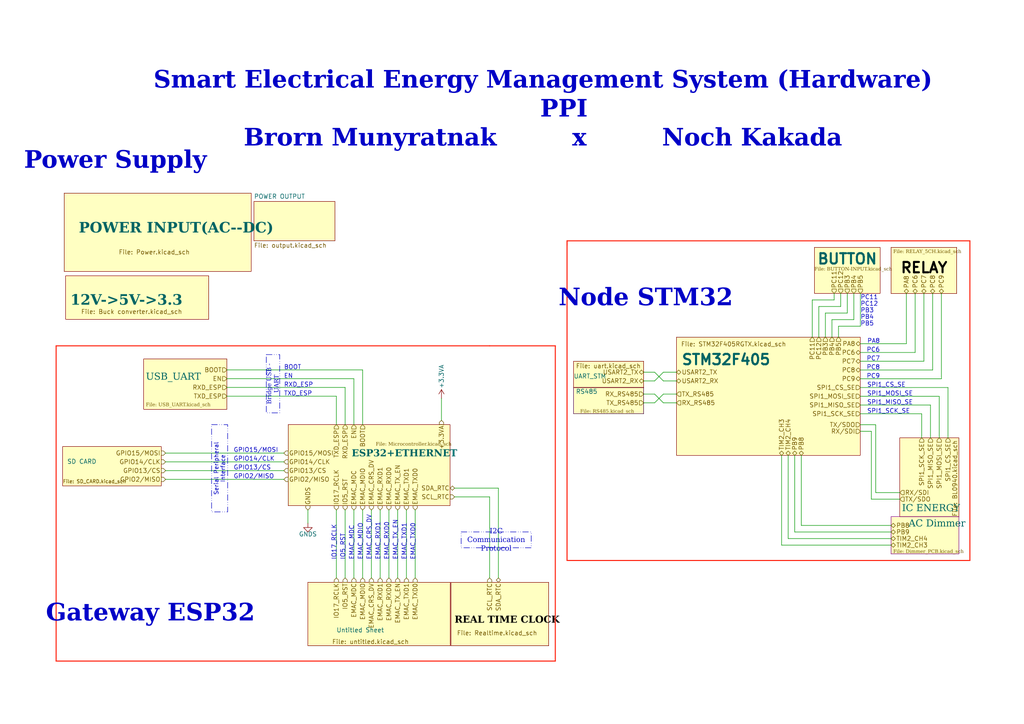
<source format=kicad_sch>
(kicad_sch (version 20231120) (generator "eeschema") (generator_version "8.0")
  (paper "A4")
  (title_block (title "SmartEnergyManagementSystem ") (rev "1.0") (company "Preah Kossomak Polytechnic Institute"))
  (lib_symbols
    (symbol "power:+3.3VA" (power) (pin_names (offset 0))
      (property "Value" "+3.3VA" (at 0 3.556 0))
      (symbol "+3.3VA_0_1"
        (polyline (pts (xy -0.762 1.27) (xy 0 2.54)))
        (polyline (pts (xy 0 0) (xy 0 2.54)))
        (polyline (pts (xy 0 2.54) (xy 0.762 1.27)))
      )
      (symbol "+3.3VA_1_1"
        (pin power_in line (at 0 0 90) (length 0) hide (name "+3.3VA") (number "1"))
      )
    )
    (symbol "power:GNDS" (power) (pin_names (offset 0))
      (property "Value" "GNDS" (at 0 -3.81 0))
      (symbol "GNDS_0_1"
        (polyline (pts (xy 0 0) (xy 0 -1.27) (xy 1.27 -1.27) (xy 0 -2.54) (xy -1.27 -1.27) (xy 0 -1.27)))
      )
      (symbol "GNDS_1_1"
        (pin power_in line (at 0 0 270) (length 0) hide (name "GNDS") (number "1"))
      )
    )
  )
  (bus_entry (at 403.225 -8.255) (size 2.54 2.54))
  (wire (pts (xy 249.555 125.095) (xy 252.73 125.095)))
  (wire (pts (xy 241.935 86.995) (xy 235.585 86.995)))
  (wire (pts (xy 254 142.875) (xy 254 123.19)))
  (wire (pts (xy 89.3064 147.9296) (xy 89.3064 151.7396)))
  (polyline (pts (xy 142.0114 100.3046) (xy 161.0614 100.3046)) (stroke (width 0.3) (type solid) (color 255 34 15 1)))
  (wire (pts (xy 226.695 158.115) (xy 258.445 158.115)))
  (wire (pts (xy 196.215 107.95) (xy 192.405 107.95)))
  (wire (pts (xy 245.745 85.09) (xy 245.745 90.805)))
  (wire (pts (xy 100.1014 112.3696) (xy 100.1014 123.1646)))
  (wire (pts (xy 272.415 114.935) (xy 272.415 127)))
  (wire (pts (xy 230.505 154.305) (xy 258.445 154.305)))
  (wire (pts (xy 239.395 90.805) (xy 245.745 90.805)))
  (wire (pts (xy 232.41 152.4) (xy 258.445 152.4)))
  (wire (pts (xy 142.0114 144.1196) (xy 142.0114 167.6146)))
  (polyline (pts (xy 16.2814 100.3046) (xy 142.0114 100.3046)) (stroke (width 0.3) (type solid) (color 255 34 15 1)))
  (wire (pts (xy 243.84 88.9) (xy 237.49 88.9)))
  (wire (pts (xy 247.65 85.09) (xy 247.65 92.71)))
  (wire (pts (xy 252.73 144.78) (xy 260.985 144.78)))
  (wire (pts (xy 267.97 104.775) (xy 267.97 85.09)))
  (wire (pts (xy 249.555 99.695) (xy 262.89 99.695)))
  (wire (pts (xy 249.555 94.615) (xy 243.205 94.615)))
  (wire (pts (xy 186.69 110.49) (xy 189.865 110.49)))
  (wire (pts (xy 270.51 107.315) (xy 249.555 107.315)))
  (polyline (pts (xy 161.0614 100.3046) (xy 161.0614 191.7446)) (stroke (width 0.3) (type solid) (color 255 34 15 1)))
  (wire (pts (xy 97.5614 147.9296) (xy 97.5614 167.6146)))
  (wire (pts (xy 115.3414 147.9296) (xy 115.3414 167.6146)))
  (wire (pts (xy 65.8114 114.9096) (xy 97.5614 114.9096)))
  (wire (pts (xy 249.555 85.09) (xy 249.555 94.615)))
  (wire (pts (xy 270.51 85.09) (xy 270.51 107.315)))
  (wire (pts (xy 97.5614 123.1646) (xy 97.5614 114.9096)))
  (wire (pts (xy 192.405 107.95) (xy 189.865 110.49)))
  (wire (pts (xy 48.0314 133.9596) (xy 82.3214 133.9596)))
  (wire (pts (xy 226.695 132.08) (xy 226.695 158.115)))
  (wire (pts (xy 144.5514 141.5796) (xy 144.5514 167.6146)))
  (wire (pts (xy 267.335 120.015) (xy 267.335 127)))
  (wire (pts (xy 249.555 120.015) (xy 267.335 120.015)))
  (wire (pts (xy 241.3 92.71) (xy 247.65 92.71)))
  (polyline (pts (xy 16.2814 100.3046) (xy 16.2814 191.7446)) (stroke (width 0.3) (type solid) (color 255 34 15 1)))
  (wire (pts (xy 128.0414 115.5446) (xy 128.0414 121.8946)))
  (wire (pts (xy 105.1814 147.9296) (xy 105.1814 167.6146)))
  (wire (pts (xy 48.0314 139.0396) (xy 82.3214 139.0396)))
  (wire (pts (xy 65.8114 109.8296) (xy 102.6414 109.8296)))
  (wire (pts (xy 241.935 85.09) (xy 241.935 86.995)))
  (wire (pts (xy 254 123.19) (xy 249.555 123.19)))
  (wire (pts (xy 192.405 116.84) (xy 196.215 116.84)))
  (polyline (pts (xy 164.465 69.85) (xy 164.465 162.56)) (stroke (width 0.3) (type solid) (color 255 34 15 1)))
  (wire (pts (xy 265.43 85.09) (xy 265.43 102.235)))
  (wire (pts (xy 249.555 117.475) (xy 269.875 117.475)))
  (wire (pts (xy 120.4214 147.9296) (xy 120.4214 167.6146)))
  (wire (pts (xy 237.49 88.9) (xy 237.49 97.79)))
  (wire (pts (xy 131.8514 144.1196) (xy 142.0114 144.1196)))
  (wire (pts (xy 192.405 110.49) (xy 196.215 110.49)))
  (wire (pts (xy 102.6414 147.9296) (xy 102.6414 167.6146)))
  (polyline (pts (xy 281.305 162.56) (xy 281.305 69.85)) (stroke (width 0.3) (type solid) (color 255 34 15 1)))
  (wire (pts (xy 100.1014 147.9296) (xy 100.1014 167.6146)))
  (wire (pts (xy 230.505 132.08) (xy 230.505 154.305)))
  (polyline (pts (xy 164.465 162.56) (xy 281.305 162.56)) (stroke (width 0.3) (type solid) (color 255 34 15 1)))
  (wire (pts (xy 48.0314 136.4996) (xy 82.3214 136.4996)))
  (wire (pts (xy 249.555 104.775) (xy 267.97 104.775)))
  (polyline (pts (xy 161.0614 191.7446) (xy 16.2814 191.7446)) (stroke (width 0.3) (type solid) (color 255 34 15 1)))
  (wire (pts (xy 65.8114 112.3696) (xy 100.1014 112.3696)))
  (wire (pts (xy 249.555 114.935) (xy 272.415 114.935)))
  (wire (pts (xy 243.84 85.09) (xy 243.84 88.9)))
  (wire (pts (xy 48.0314 131.4196) (xy 82.3214 131.4196)))
  (wire (pts (xy 102.6414 123.1646) (xy 102.6414 109.8296)))
  (wire (pts (xy 274.955 112.395) (xy 274.955 127)))
  (wire (pts (xy 110.2614 147.9296) (xy 110.2614 167.6146)))
  (wire (pts (xy 186.69 107.95) (xy 189.865 107.95)))
  (wire (pts (xy 112.8014 147.9296) (xy 112.8014 167.6146)))
  (wire (pts (xy 235.585 86.995) (xy 235.585 97.79)))
  (wire (pts (xy 189.865 107.95) (xy 192.405 110.49)))
  (wire (pts (xy 107.7214 147.9296) (xy 107.7214 167.6146)))
  (wire (pts (xy 65.8114 107.2896) (xy 105.1814 107.2896)))
  (wire (pts (xy 241.3 92.71) (xy 241.3 97.79)))
  (wire (pts (xy 249.555 109.855) (xy 273.05 109.855)))
  (wire (pts (xy 186.69 116.84) (xy 189.865 116.84)))
  (wire (pts (xy 228.6 156.21) (xy 258.445 156.21)))
  (wire (pts (xy 232.41 132.08) (xy 232.41 152.4)))
  (wire (pts (xy 249.555 112.395) (xy 274.955 112.395)))
  (wire (pts (xy 189.865 114.3) (xy 192.405 116.84)))
  (wire (pts (xy 186.69 114.3) (xy 189.865 114.3)))
  (wire (pts (xy 228.6 132.08) (xy 228.6 156.21)))
  (wire (pts (xy 117.8814 147.9296) (xy 117.8814 167.6146)))
  (wire (pts (xy 260.985 142.875) (xy 254 142.875)))
  (wire (pts (xy 105.1814 107.2896) (xy 105.1814 123.1646)))
  (wire (pts (xy 273.05 109.855) (xy 273.05 85.09)))
  (wire (pts (xy 192.405 114.3) (xy 189.865 116.84)))
  (wire (pts (xy 252.73 125.095) (xy 252.73 144.78)))
  (wire (pts (xy 262.89 99.695) (xy 262.89 85.09)))
  (wire (pts (xy 265.43 102.235) (xy 249.555 102.235)))
  (wire (pts (xy 243.205 94.615) (xy 243.205 97.79)))
  (polyline (pts (xy 164.465 69.85) (xy 164.465 71.12)) (stroke (width 0.3) (type solid) (color 255 34 15 1)))
  (polyline (pts (xy 281.305 69.85) (xy 164.465 69.85)) (stroke (width 0.3) (type solid) (color 255 34 15 1)))
  (wire (pts (xy 131.8514 141.5796) (xy 144.5514 141.5796)))
  (wire (pts (xy 269.875 117.475) (xy 269.875 127)))
  (wire (pts (xy 196.215 114.3) (xy 192.405 114.3)))
  (wire (pts (xy 239.395 97.79) (xy 239.395 90.805)))
  (polyline (pts (xy -5.2229 130.8894) (xy -5.2229 130.8814) (xy -5.2229 130.8894) (xy -5.2229 130.8894)) (stroke (width -0.0001) (type solid)) (fill (type outline)))
  (polyline (pts (xy 42.5735 164.989) (xy 42.5735 164.981) (xy 42.5735 164.989) (xy 42.5735 164.989)) (stroke (width -0.0001) (type solid)) (fill (type outline)))
  (text_box "Serial Peripheral Interface" (at 61.3664 123.1646 90) (size 4.6632 25.3096) (stroke (width 0) (type dash_dot_dot)) (effects (font (size 1.2 1.2))))
  (text_box "Bridge USB - UART" (at 77.2414 102.8446 90) (size 3.8902 16.8999) (stroke (width 0) (type dash_dot_dot)) (effects (font (size 1.27 1.27))))
  (text_box "I2C Communication Protocol" (at 133.7564 154.2796 0) (size 20.32 4.5947) (stroke (width 0) (type dash_dot_dot)) (effects (font (size 1.5 1.5))))
  (text "Gateway ESP32" (at 73.9394 182.3466 0) (effects (font (size 5 5) (thickness 0.4) (bold yes)) (justify right bottom)))
  (text "EMAC_MDC" (at 102.0064 162.5346 90) (effects (font (size 1.27 1.27)) (justify left)))
  (text "Node STM32" (at 212.598 90.932 0) (effects (font (size 5 5) (thickness 0.4) (bold yes)) (justify right bottom)))
  (text "PB3" (at 249.555 90.17 0) (effects (font (size 1.27 1.27)) (justify left)))
  (text "EMAC_MDIO" (at 104.5464 162.5346 90) (effects (font (size 1.27 1.27)) (justify left)))
  (text "EMAC_TXD1" (at 117.2464 162.5346 90) (effects (font (size 1.27 1.27)) (justify left)))
  (text "SPI1_CS_SE" (at 251.46 111.76 0) (effects (font (size 1.27 1.27)) (justify left)))
  (text "RXD_ESP" (at 82.3214 111.7346 0) (effects (font (size 1.27 1.27)) (justify left)))
  (text "EMAC_RXD0" (at 112.1664 162.5346 90) (effects (font (size 1.27 1.27)) (justify left)))
  (text "TXD_ESP" (at 82.3214 114.2746 0) (effects (font (size 1.27 1.27)) (justify left)))
  (text "GPIO14/CLK" (at 67.7164 133.9596 0) (effects (font (size 1.27 1.27)) (justify left bottom)))
  (text "EMAC_RXD1" (at 109.6264 162.5346 90) (effects (font (size 1.27 1.27)) (justify left)))
  (text "PC6" (at 255.27 101.6 0) (effects (font (size 1.27 1.27)) (justify right)))
  (text "EMAC_CRS_DV" (at 107.0864 162.5346 90) (effects (font (size 1.27 1.27)) (justify left)))
  (text "PC8" (at 255.27 106.68 0) (effects (font (size 1.27 1.27)) (justify right)))
  (text "EMAC_TX_EN" (at 114.7064 162.5346 90) (effects (font (size 1.27 1.27)) (justify left)))
  (text "PA8" (at 255.27 99.06 0) (effects (font (size 1.27 1.27)) (justify right)))
  (text "EN" (at 82.3214 109.1946 0) (effects (font (size 1.27 1.27)) (justify left)))
  (text "PC12" (at 249.555 88.265 0) (effects (font (size 1.27 1.27)) (justify left)))
  (text "Smart Electrical Energy Management System (Hardware)\n      PPI \nBrorn Munyratnak         x         Noch Kakada" (at 157.48 33.274 0) (effects (font (size 5 5) (thickness 0.3) (bold yes))))
  (text "GPIO2/MISO" (at 67.7164 139.0396 0) (effects (font (size 1.27 1.27)) (justify left bottom)))
  (text "PC9" (at 255.27 109.22 0) (effects (font (size 1.27 1.27)) (justify right)))
  (text "SPI1_MISO_SE" (at 251.46 116.84 0) (effects (font (size 1.27 1.27)) (justify left)))
  (text "Power Supply" (at 59.944 51.054 0) (effects (font (size 5 5) (thickness 0.4) (bold yes)) (justify right bottom)))
  (text "EMAC_TXD0" (at 119.7864 162.5346 90) (effects (font (size 1.27 1.27)) (justify left)))
  (text "PC11" (at 249.555 86.36 0) (effects (font (size 1.27 1.27)) (justify left)))
  (text "PB4" (at 249.555 92.075 0) (effects (font (size 1.27 1.27)) (justify left)))
  (text "SPI1_SCK_SE" (at 251.46 119.38 0) (effects (font (size 1.27 1.27)) (justify left)))
  (text "PC7" (at 255.27 104.14 0) (effects (font (size 1.27 1.27)) (justify right)))
  (text "GPIO15/MOSI" (at 67.7164 131.4196 0) (effects (font (size 1.27 1.27)) (justify left bottom)))
  (text "SPI1_MOSI_SE" (at 251.46 114.3 0) (effects (font (size 1.27 1.27)) (justify left)))
  (text "PB5" (at 249.555 93.98 0) (effects (font (size 1.27 1.27)) (justify left)))
  (text "BOOT" (at 82.3214 106.6546 0) (effects (font (size 1.27 1.27)) (justify left)))
  (text "GPIO13/CS" (at 67.7164 136.4996 0) (effects (font (size 1.27 1.27)) (justify left bottom)))
  (text "IO17_RCLK" (at 96.9264 162.5346 90) (effects (font (size 1.27 1.27)) (justify left)))
  (text "IO5_RST" (at 99.4664 162.5346 90) (effects (font (size 1.27 1.27)) (justify left)))
  (hierarchical_label "PB9" (shape bidirectional) (at 230.505 132.08 90))
  (hierarchical_label "IO5_RST" (shape input) (at 100.1014 147.9296 90))
  (hierarchical_label "RXD_ESP" (shape input) (at 65.8114 112.3696 180))
  (hierarchical_label "SDA_RTC" (shape bidirectional) (at 131.8514 141.5796 180))
  (hierarchical_label "GPIO13{slash}CS" (shape input) (at 82.3214 136.4996 0))
  (hierarchical_label "TXD_ESP" (shape input) (at 65.8114 114.9096 180))
  (hierarchical_label "SPI1_CS_SE" (shape input) (at 249.555 112.395 180))
  (hierarchical_label "PC6" (shape bidirectional) (at 265.43 85.09 90))
  (hierarchical_label "SPI1_SCK_SE" (shape input) (at 249.555 120.015 180))
  (hierarchical_label "SPI1_SCK_SE" (shape input) (at 267.335 127 270))
  (hierarchical_label "PC9" (shape bidirectional) (at 249.555 109.855 180))
  (hierarchical_label "SPI1_MISO_SE" (shape input) (at 249.555 117.475 180))
  (hierarchical_label "TX{slash}SDO" (shape input) (at 260.985 144.78 0))
  (hierarchical_label "PC8" (shape bidirectional) (at 249.555 107.315 180))
  (hierarchical_label "SPI1_MISO_SE" (shape input) (at 269.875 127 270))
  (hierarchical_label "BOOT" (shape input) (at 105.1814 123.1646 270))
  (hierarchical_label "GNDS" (shape input) (at 89.3064 147.9296 90))
  (hierarchical_label "SPI1_MOSI_SE" (shape input) (at 249.555 114.935 180))
  (hierarchical_label "SPI1_MOSI_SE" (shape input) (at 272.415 127 270))
  (hierarchical_label "BOOT" (shape input) (at 65.8114 107.2896 180))
  (hierarchical_label "TIM2_CH3" (shape bidirectional) (at 258.445 158.115 0))
  (hierarchical_label "TIM2_CH4" (shape bidirectional) (at 258.445 156.21 0))
  (hierarchical_label "TX_RS485" (shape input) (at 196.215 114.3 0))
  (hierarchical_label "IO5_RST" (shape input) (at 100.1014 167.6146 270))
  (hierarchical_label "RX_RS485" (shape input) (at 196.215 116.84 0))
  (hierarchical_label "PC8" (shape bidirectional) (at 270.51 85.09 90))
  (hierarchical_label "USART2_TX" (shape bidirectional) (at 186.69 107.95 180))
  (hierarchical_label "GPIO2{slash}MISO" (shape input) (at 82.3214 139.0396 0))
  (hierarchical_label "GPIO13{slash}CS" (shape input) (at 48.0314 136.4996 180))
  (hierarchical_label "USART2_RX" (shape bidirectional) (at 196.215 110.49 0))
  (hierarchical_label "EMAC_RXD1" (shape input) (at 110.2614 147.9296 90))
  (hierarchical_label "RX{slash}SDI" (shape input) (at 249.555 125.095 180))
  (hierarchical_label "EMAC_TXD0" (shape input) (at 120.4214 147.9296 90))
  (hierarchical_label "EN" (shape input) (at 65.8114 109.8296 180))
  (hierarchical_label "PB8" (shape bidirectional) (at 232.41 132.08 90))
  (hierarchical_label "PB5" (shape input) (at 243.205 97.79 270))
  (hierarchical_label "TX{slash}SDO" (shape input) (at 249.555 123.19 180))
  (hierarchical_label "EMAC_RXD1" (shape input) (at 110.2614 167.6146 270))
  (hierarchical_label "TIM2_CH4" (shape bidirectional) (at 228.6 132.08 90))
  (hierarchical_label "EMAC_CRS_DV" (shape input) (at 107.7214 147.9296 90))
  (hierarchical_label "PB4" (shape input) (at 247.65 85.09 90))
  (hierarchical_label "EMAC_MDIO" (shape input) (at 105.1814 147.9296 90))
  (hierarchical_label "GPIO14{slash}CLK" (shape input) (at 82.3214 133.9596 0))
  (hierarchical_label "EMAC_MDC" (shape input) (at 102.6414 167.6146 270))
  (hierarchical_label "TIM2_CH3" (shape bidirectional) (at 226.695 132.08 90))
  (hierarchical_label "GPIO14{slash}CLK" (shape input) (at 48.0314 133.9596 180))
  (hierarchical_label "PB3" (shape input) (at 239.395 97.79 270))
  (hierarchical_label "GPIO15{slash}MOSI" (shape input) (at 82.3214 131.4196 0))
  (hierarchical_label "EN" (shape input) (at 102.6414 123.1646 270))
  (hierarchical_label "PC6" (shape bidirectional) (at 249.555 102.235 180))
  (hierarchical_label "RX{slash}SDI" (shape input) (at 260.985 142.875 0))
  (hierarchical_label "PC7" (shape bidirectional) (at 267.97 85.09 90))
  (hierarchical_label "SPI1_CS_SE" (shape input) (at 274.955 127 270))
  (hierarchical_label "PC9" (shape bidirectional) (at 273.05 85.09 90))
  (hierarchical_label "EMAC_MDC" (shape input) (at 102.6414 147.9296 90))
  (hierarchical_label "EMAC_RXD0" (shape input) (at 112.8014 147.9296 90))
  (hierarchical_label "EMAC_TX_EN" (shape input) (at 115.3414 147.9296 90))
  (hierarchical_label "EMAC_RXD0" (shape input) (at 112.8014 167.6146 270))
  (hierarchical_label "IO17_RCLK" (shape input) (at 97.5614 147.9296 90))
  (hierarchical_label "+3.3VA" (shape input) (at 128.0414 121.8946 270))
  (hierarchical_label "PB3" (shape input) (at 245.745 85.09 90))
  (hierarchical_label "PC12" (shape input) (at 237.49 97.79 270))
  (hierarchical_label "PB4" (shape input) (at 241.3 97.79 270))
  (hierarchical_label "EMAC_TX_EN" (shape input) (at 115.3414 167.6146 270))
  (hierarchical_label "PC7" (shape bidirectional) (at 249.555 104.775 180))
  (hierarchical_label "PB9" (shape bidirectional) (at 258.445 154.305 0))
  (hierarchical_label "PA8" (shape bidirectional) (at 249.555 99.695 180))
  (hierarchical_label "SCL_RTC" (shape input) (at 142.0114 167.6146 270))
  (hierarchical_label "TXD_ESP" (shape input) (at 97.5614 123.1646 270))
  (hierarchical_label "SCL_RTC" (shape input) (at 131.8514 144.1196 180))
  (hierarchical_label "GPIO2{slash}MISO" (shape input) (at 48.0314 139.0396 180))
  (hierarchical_label "PB5" (shape input) (at 249.555 85.09 90))
  (hierarchical_label "EMAC_TXD1" (shape input) (at 117.8814 147.9296 90))
  (hierarchical_label "PC12" (shape input) (at 243.84 85.09 90))
  (hierarchical_label "RX_RS485" (shape input) (at 186.69 114.3 180))
  (hierarchical_label "IO17_RCLK" (shape input) (at 97.5614 167.6146 270))
  (hierarchical_label "PA8" (shape bidirectional) (at 262.89 85.09 90))
  (hierarchical_label "TX_RS485" (shape input) (at 186.69 116.84 180))
  (hierarchical_label "USART2_TX" (shape bidirectional) (at 196.215 107.95 0))
  (hierarchical_label "EMAC_CRS_DV" (shape input) (at 107.7214 167.6146 270))
  (hierarchical_label "SDA_RTC" (shape bidirectional) (at 144.5514 167.6146 270))
  (hierarchical_label "EMAC_TXD0" (shape input) (at 120.4214 167.6146 270))
  (hierarchical_label "EMAC_TXD1" (shape input) (at 117.8814 167.6146 270))
  (hierarchical_label "EMAC_MDIO" (shape input) (at 105.1814 167.6146 270))
  (hierarchical_label "PC11" (shape input) (at 235.585 97.79 270))
  (hierarchical_label "RXD_ESP" (shape input) (at 100.1014 123.1646 270))
  (hierarchical_label "PB8" (shape bidirectional) (at 258.445 152.4 0))
  (hierarchical_label "USART2_RX" (shape bidirectional) (at 186.69 110.49 180))
  (hierarchical_label "PC11" (shape input) (at 241.935 85.09 90))
  (hierarchical_label "GPIO15{slash}MOSI" (shape input) (at 48.0314 131.4196 180))
  (symbol (lib_id "power:GNDS") (at 89.3064 151.7396 0) (unit 1)
    (property "Reference" "#PWR074" (effects (hide yes)))
    (property "Value" "GNDS" (at 89.3064 154.9146 0))
  )
  (symbol (lib_id "power:+3.3VA") (at 128.0414 115.5446 0) (unit 1)
    (property "Reference" "#PWR044" (effects (hide yes)))
    (property "Value" "+3.3VA" (at 128.0414 109.1946 90))
  )
  (sheet (at 258.445 71.755) (size 19.05 13.385) (stroke (width 0.1524)) (fill (color 255 255 194 1.0000))
    (property "Sheetname" "RELAY" (at 260.985 79.375 0) (effects (font (size 3 3) (bold yes)) (justify left bottom)))
    (property "Sheetfile" "RELAY_5CH.kicad_sch" (at 259.08 72.39 0) (effects (font (size 1 1)) (justify left top)))
  )
  (sheet (at 166.37 104.775) (size 20.32 7.62) (stroke (width 0.1524)) (fill (color 255 255 194 1.0000))
    (property "Sheetname" "UART_STM" (at 166.37 109.855 0) (effects (justify left bottom)))
    (property "Sheetfile" "uart.kicad_sch" (at 167.005 105.41 0) (effects (justify left top)))
  )
  (sheet (at 166.37 112.395) (size 20.32 7.62) (stroke (width 0.1524) (color 72 0 72 1)) (fill (color 255 255 194 1.0000))
    (property "Sheetname" "RS485" (at 167.005 114.3 0) (effects (justify left bottom)))
    (property "Sheetfile" "RS485.kicad_sch" (at 168.275 118.745 0) (effects (font (size 1 1)) (justify left top)))
  )
  (sheet (at 236.22 71.755) (size 19.05 13.335) (stroke (width 0.1524) (color 132 0 0 1)) (fill (color 255 255 194 1.0000))
    (property "Sheetname" "BUTTON" (at 236.855 76.835 0) (effects (font (size 3 3) (bold yes)) (justify left bottom)))
    (property "Sheetfile" "BUTTON-INPUT.kicad_sch" (at 236.22 77.47 0) (effects (font (size 1 1)) (justify left top)))
  )
  (sheet (at 258.445 149.86) (size 19.685 10.795) (stroke (width 0.1524) (color 132 0 132 1)) (fill (color 255 255 194 1.0000))
    (property "Sheetname" "AC Dimmer " (at 263.525 153.035 0) (effects (font (size 2 2)) (justify left bottom)))
    (property "Sheetfile" "Dimmer_PCB.kicad_sch" (at 259.08 159.385 0) (effects (font (size 1 1)) (justify left top)))
  )
  (sheet (at 18.6146 56.03) (size 54.229 22.7) (stroke (width 0.1524)) (fill (color 255 255 194 1.0000))
    (property "Sheetname" "POWER INPUT(AC--DC)" (at 22.86 67.945 0) (effects (font (size 3 3) (bold yes)) (justify left bottom)))
    (property "Sheetfile" "Power.kicad_sch" (at 34.388 72.38 0) (effects (justify left top)))
  )
  (sheet (at 89.3064 168.8846) (size 41.275 18.415) (stroke (width 0.1524)) (fill (color 255 255 194 1.0000))
    (property "Sheetname" "Untitled Sheet" (at 97.5614 183.4896 0) (effects (justify left bottom)))
    (property "Sheetfile" "untitled.kicad_sch" (at 96.2914 185.3946 0) (effects (justify left top)))
  )
  (sheet (at 41.6814 104.1146) (size 24.13 14.605) (stroke (width 0.1524)) (fill (color 255 255 194 1.0000))
    (property "Sheetname" "USB_UART" (at 42.3164 110.4646 0) (effects (font (size 2 2)) (justify left bottom)))
    (property "Sheetfile" "USB_UART.kicad_sch" (at 42.3164 116.8146 0) (effects (font (size 1 1)) (justify left top)))
  )
  (sheet (at 18.1864 129.5146) (size 28.575 11.43) (stroke (width 0.1524)) (fill (color 255 255 194 1.0000))
    (property "Sheetname" "SD CARD" (at 19.4564 134.5946 0) (effects (justify left bottom)))
    (property "Sheetfile" "SD_CARD.kicad_sch" (at 18.1864 139.0396 0) (effects (font (size 1 1)) (justify left top)))
  )
  (sheet (at 73.66 58.42) (size 23.495 11.43) (stroke (width 0.1524)) (fill (color 255 255 194 1.0000))
    (property "Sheetname" "POWER OUTPUT" (at 73.66 57.7084 0) (effects (justify left bottom)))
    (property "Sheetfile" "output.kicad_sch" (at 73.66 70.4346 0) (effects (justify left top)))
  )
  (sheet (at 260.985 127) (size 17.145 22.86) (stroke (width 0.1524)) (fill (color 255 255 194 1.0000))
    (property "Sheetname" "IC ENERGY" (at 261.62 148.59 0) (effects (font (size 2 2)) (justify left bottom)))
    (property "Sheetfile" "BL0940.kicad_sch" (at 276.225 149.86 90) (effects (justify left top)))
  )
  (sheet (at 83.5914 123.1646) (size 46.9392 23.495) (stroke (width 0.1524)) (fill (color 255 255 194 1.0000))
    (property "Sheetname" "ESP32+ETHERNET" (at 102.0064 132.6896 0) (effects (font (size 2 2) (bold yes)) (justify left bottom)))
    (property "Sheetfile" "Microcontroller.kicad_sch" (at 108.9914 128.2446 0) (effects (font (size 1 1)) (justify left top)))
  )
  (sheet (at 19.05 80.01) (size 41.5 12.6) (stroke (width 0.1524)) (fill (color 255 255 194 1.0000))
    (property "Sheetname" "12V->5V->3.3" (at 20.418 88.89 0) (effects (font (size 3 3) (bold yes)) (justify left bottom)))
    (property "Sheetfile" "Buck converter.kicad_sch" (at 23.466 89.652 0) (effects (justify left top)))
  )
  (sheet (at 196.215 97.79) (size 53.28 34.29) (stroke (width 0.1524)) (fill (color 255 255 194 1.0000))
    (property "Sheetname" "STM32F405" (at 197.485 106.045 0) (effects (font (size 3 3) (bold yes)) (justify left bottom)))
    (property "Sheetfile" "STM32F405RGTX.kicad_sch" (at 197.485 99.06 0) (effects (justify left top)))
  )
  (sheet (at 130.81 168.91) (size 28.3464 18.3896) (stroke (width 0.1524)) (fill (color 255 255 194 1.0000))
    (property "Sheetname" "REAL TIME CLOCK" (at 131.8514 180.9496 0) (effects (font (size 2 2) (bold yes)) (justify left bottom)))
    (property "Sheetfile" "Realtime.kicad_sch" (at 132.4864 182.8546 0) (effects (justify left top)))
  )
)
</source>
